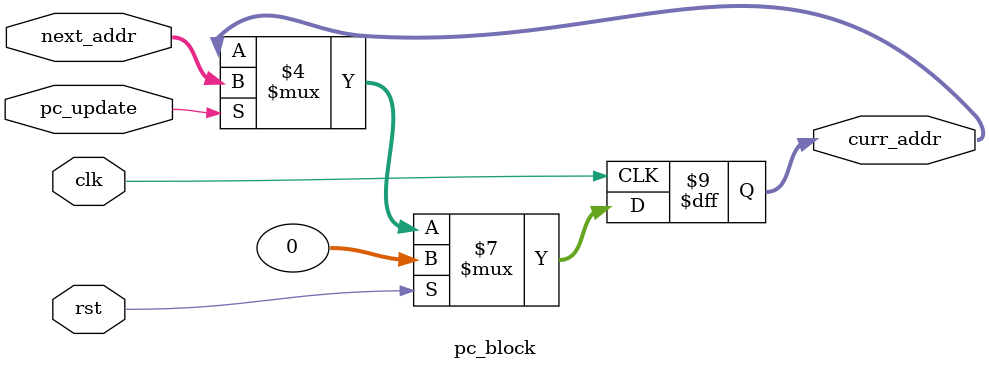
<source format=v>
`timescale 1ns / 1ps

`define BUS_WIDTH 32

module pc_block(
	//inputs
	//reset
	input rst,
	//clock
	input clk,
	//update signal
	input pc_update,
	//next address 
	input [(`BUS_WIDTH-1):0] next_addr,
	//current address
	output reg [(`BUS_WIDTH-1):0] curr_addr 
);

	//sequential logic
	always @(negedge clk) begin
		if (rst == 1'b1) begin
			curr_addr <= {`BUS_WIDTH{1'b0}};
		end
		
		else if (pc_update == 1'b1) begin		
			curr_addr <= next_addr;
		end
	end	 
	 
endmodule

</source>
